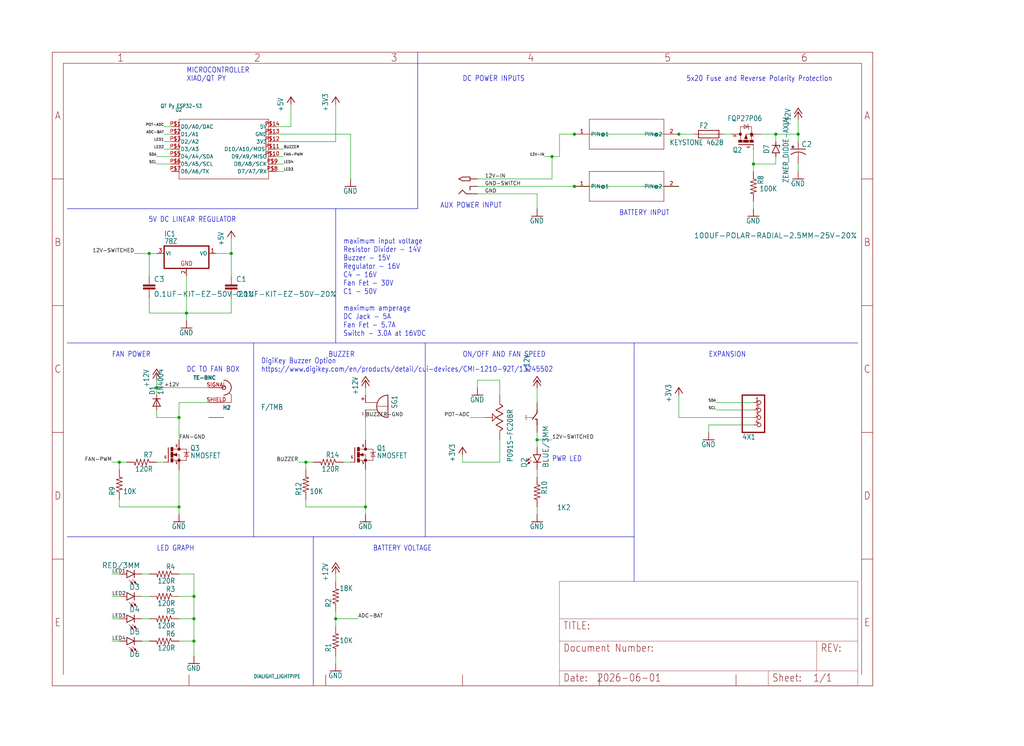
<source format=kicad_sch>
(kicad_sch (version 20230121) (generator eeschema)
  (paper "User" 348.691 254.152)
  (lib_symbols
    (symbol "Papra TH v1.0-eagle-import:+12V" (power)
      (property "Value" "+12V" (at -2.54 -5.08 90))
      (symbol "+12V_1_0"
        (pin power_in line (at 0 -2.54 90) (length 2.54) (name "+12V") (number "1"))
      )
    )
    (symbol "Papra TH v1.0-eagle-import:+3V3" (power)
      (property "Value" "+3V3" (at -2.54 -5.08 90))
      (symbol "+3V3_1_0"
        (pin power_in line (at 0 -2.54 90) (length 2.54) (name "+3V3") (number "1"))
      )
    )
    (symbol "Papra TH v1.0-eagle-import:+5V" (power)
      (property "Value" "+5V" (at -2.54 -5.08 90))
      (symbol "+5V_1_0"
        (pin power_in line (at 0 -2.54 90) (length 2.54) (name "+5V") (number "1"))
      )
    )
    (symbol "Papra TH v1.0-eagle-import:0.1UF-KIT-EZ-50V-20%"
      (property "Reference" "C" (at 1.524 2.921 0))
      (symbol "0.1UF-KIT-EZ-50V-20%_1_0"
        (pin passive line (at 0 5.08 270) (length 2.54) (name "1") (number "1"))
        (pin passive line (at 0 -2.54 90) (length 2.54) (name "2") (number "2"))
      )
    )
    (symbol "Papra TH v1.0-eagle-import:100UF-POLAR-RADIAL-2.5MM-25V-20%"
      (property "Reference" "C" (at 1.016 0.635 0))
      (symbol "100UF-POLAR-RADIAL-2.5MM-25V-20%_1_0"
        (pin passive line (at 0 2.54 270) (length 2.54) (name "+") (number "1"))
        (pin passive line (at 0 -5.08 90) (length 2.54) (name "-") (number "2"))
      )
    )
    (symbol "Papra TH v1.0-eagle-import:1N4004"
      (property "Reference" "D" (at 2.54 0.4826 0))
      (symbol "1N4004_1_0"
        (pin passive line (at -2.54 0 0) (length 2.54) (name "A") (number "A"))
        (pin passive line (at 2.54 0 180) (length 2.54) (name "C") (number "C"))
      )
    )
    (symbol "Papra TH v1.0-eagle-import:4X1"
      (symbol "4X1_1_0"
        (pin passive inverted (at 0 2.54 0) (length 2.54) (name "1") (number "1"))
        (pin passive inverted (at 0 0 0) (length 2.54) (name "2") (number "2"))
        (pin passive inverted (at 0 -2.54 0) (length 2.54) (name "3") (number "3"))
        (pin passive inverted (at 0 -5.08 0) (length 2.54) (name "4") (number "4"))
      )
    )
    (symbol "Papra TH v1.0-eagle-import:78Z"
      (property "Reference" "IC" (at -7.62 5.715 0))
      (symbol "78Z_1_0"
        (text "GND" (at -2.032 -4.318 0) (effects (font (size 1.524 1.2954)) (justify left bottom)))
        (pin passive line (at 10.16 0 180) (length 2.54) (name "VO") (number "1"))
        (pin passive line (at 0 -7.62 90) (length 2.54) (name "GND") (number "2"))
        (pin input line (at -10.16 0 0) (length 2.54) (name "VI") (number "3"))
      )
    )
    (symbol "Papra TH v1.0-eagle-import:DIALIGHT_LIGHTPIPE")
    (symbol "Papra TH v1.0-eagle-import:F/TMB"
      (property "Reference" "SG" (at -2.54 6.35 0))
      (symbol "F/TMB_1_0"
        (pin passive line (at -2.54 -2.54 0) (length 2.54) (name "+") (number "+"))
        (pin passive line (at 5.08 -2.54 180) (length 2.54) (name "-") (number "-"))
      )
    )
    (symbol "Papra TH v1.0-eagle-import:FH_5X20"
      (property "Reference" "F" (at -3.175 1.905 0))
      (symbol "FH_5X20_1_0"
        (pin passive line (at -5.08 0 0) (length 2.54) (name "1A") (number "1A"))
        (pin passive line (at -5.08 0 0) (length 0) (name "1B") (number "1B"))
        (pin passive line (at 5.08 0 180) (length 2.54) (name "2A") (number "2A"))
        (pin passive line (at 5.08 0 180) (length 0) (name "2B") (number "2B"))
      )
    )
    (symbol "Papra TH v1.0-eagle-import:FRAME_A_L"
      (symbol "FRAME_A_L_1_0"
        (text "1" (at 23.2833 213.995 0) (effects (font (size 2.54 2.286))))
        (text "2" (at 69.85 213.995 0) (effects (font (size 2.54 2.286))))
        (text "3" (at 116.4167 213.995 0) (effects (font (size 2.54 2.286))))
        (text "4" (at 162.9833 213.995 0) (effects (font (size 2.54 2.286))))
        (text "5" (at 209.55 213.995 0) (effects (font (size 2.54 2.286))))
        (text "6" (at 256.1167 213.995 0) (effects (font (size 2.54 2.286))))
        (text "A" (at 1.905 194.31 0) (effects (font (size 2.54 2.286))))
        (text "A" (at 277.495 194.31 0) (effects (font (size 2.54 2.286))))
        (text "B" (at 1.905 151.13 0) (effects (font (size 2.54 2.286))))
        (text "B" (at 277.495 151.13 0) (effects (font (size 2.54 2.286))))
        (text "C" (at 1.905 107.95 0) (effects (font (size 2.54 2.286))))
        (text "C" (at 277.495 107.95 0) (effects (font (size 2.54 2.286))))
        (text "D" (at 1.905 64.77 0) (effects (font (size 2.54 2.286))))
        (text "D" (at 277.495 64.77 0) (effects (font (size 2.54 2.286))))
        (text "E" (at 1.905 21.59 0) (effects (font (size 2.54 2.286))))
        (text "E" (at 277.495 21.59 0) (effects (font (size 2.54 2.286))))
      )
      (symbol "FRAME_A_L_2_0"
        (text "${#}/${##}" (at 86.36 1.27 0) (effects (font (size 2.54 2.159)) (justify left bottom)))
        (text "${CURRENT_DATE}" (at 12.7 1.27 0) (effects (font (size 2.54 2.159)) (justify left bottom)))
        (text "${PROJECTNAME}" (at 17.78 19.05 0) (effects (font (size 2.54 2.159)) (justify left bottom)))
        (text "Date:" (at 1.27 1.27 0) (effects (font (size 2.54 2.159)) (justify left bottom)))
        (text "Document Number:" (at 1.27 11.43 0) (effects (font (size 2.54 2.159)) (justify left bottom)))
        (text "REV:" (at 88.9 11.43 0) (effects (font (size 2.54 2.159)) (justify left bottom)))
        (text "Sheet:" (at 72.39 1.27 0) (effects (font (size 2.54 2.159)) (justify left bottom)))
        (text "TITLE:" (at 1.27 19.05 0) (effects (font (size 2.54 2.159)) (justify left bottom)))
      )
    )
    (symbol "Papra TH v1.0-eagle-import:GND" (power)
      (property "Value" "GND" (at -2.54 -2.54 0))
      (symbol "GND_1_0"
        (pin power_in line (at 0 2.54 270) (length 2.54) (name "GND") (number "1"))
      )
    )
    (symbol "Papra TH v1.0-eagle-import:LED3MM"
      (property "Reference" "D" (at -3.429 -4.572 90))
      (symbol "LED3MM_1_0"
        (pin passive line (at 0 2.54 270) (length 2.54) (name "A") (number "A"))
        (pin passive line (at 0 -5.08 90) (length 2.54) (name "C") (number "K"))
      )
    )
    (symbol "Papra TH v1.0-eagle-import:MOUDLE-SEEEDUINO-XIAOTHRUHOLE+CASTELLATION"
      (property "Reference" "U" (at -13.97 11.43 0))
      (symbol "MOUDLE-SEEEDUINO-XIAOTHRUHOLE+CASTELLATION_1_0"
        (pin bidirectional line (at -17.78 7.62 0) (length 2.54) (name "D0/A0/DAC") (number "P$1"))
        (pin bidirectional line (at 17.78 -2.54 180) (length 2.54) (name "D9/A9/MISO") (number "P$10"))
        (pin bidirectional line (at 17.78 0 180) (length 2.54) (name "D10/A10/MOSI") (number "P$11"))
        (pin bidirectional line (at 17.78 2.54 180) (length 2.54) (name "3V3") (number "P$12"))
        (pin bidirectional line (at 17.78 5.08 180) (length 2.54) (name "GND") (number "P$13"))
        (pin bidirectional line (at 17.78 7.62 180) (length 2.54) (name "5V") (number "P$14"))
        (pin bidirectional line (at -17.78 5.08 0) (length 2.54) (name "D1/A1") (number "P$2"))
        (pin bidirectional line (at -17.78 2.54 0) (length 2.54) (name "D2/A2") (number "P$3"))
        (pin bidirectional line (at -17.78 0 0) (length 2.54) (name "D3/A3") (number "P$4"))
        (pin bidirectional line (at -17.78 -2.54 0) (length 2.54) (name "D4/A4/SDA") (number "P$5"))
        (pin bidirectional line (at -17.78 -5.08 0) (length 2.54) (name "D5/A5/SCL") (number "P$6"))
        (pin bidirectional line (at -17.78 -7.62 0) (length 2.54) (name "D6/A6/TX") (number "P$7"))
        (pin bidirectional line (at 17.78 -7.62 180) (length 2.54) (name "D7/A7/RX") (number "P$8"))
        (pin bidirectional line (at 17.78 -5.08 180) (length 2.54) (name "D8/A8/SCK") (number "P$9"))
      )
    )
    (symbol "Papra TH v1.0-eagle-import:NMOSFETTO220"
      (property "Reference" "Q" (at 6.35 1.27 0))
      (symbol "NMOSFETTO220_1_0"
        (text "D" (at 1.27 2.54 0) (effects (font (size 0.8128 0.6908)) (justify left bottom)))
        (text "G" (at -2.54 -1.27 0) (effects (font (size 0.8128 0.6908)) (justify left bottom)))
        (text "S" (at 1.27 -3.175 0) (effects (font (size 0.8128 0.6908)) (justify left bottom)))
        (pin passive line (at 2.54 5.08 270) (length 2.54) (name "D") (number "D"))
        (pin passive line (at -2.54 -2.54 0) (length 0) (name "G") (number "G"))
        (pin passive line (at 2.54 -5.08 90) (length 2.54) (name "S") (number "S"))
      )
    )
    (symbol "Papra TH v1.0-eagle-import:P091S-FC20BR"
      (symbol "P091S-FC20BR_1_0"
        (pin passive line (at -7.62 2.54 0) (length 2.54) (name "1") (number "1"))
        (pin passive line (at 0 7.62 270) (length 2.54) (name "2") (number "2"))
        (pin passive line (at 7.62 2.54 180) (length 2.54) (name "3") (number "3"))
        (pin passive line (at 5.08 -10.16 180) (length 2.54) (name "4") (number "COM"))
        (pin passive line (at -5.08 -10.16 0) (length 2.54) (name "5") (number "NO"))
      )
    )
    (symbol "Papra TH v1.0-eagle-import:PJ-066A"
      (symbol "PJ-066A_1_0"
        (pin bidirectional line (at 2.54 -2.54 180) (length 2.54) (name "RING") (number "GND"))
        (pin bidirectional line (at 2.54 0 180) (length 2.54) (name "RING_SW") (number "GNDBREAK"))
        (pin bidirectional line (at 2.54 2.54 180) (length 2.54) (name "TIP") (number "PWR"))
      )
    )
    (symbol "Papra TH v1.0-eagle-import:PMOSFET_TO220"
      (property "Reference" "Q" (at 6.35 1.27 0))
      (symbol "PMOSFET_TO220_1_0"
        (text "D" (at 1.524 -3.302 0) (effects (font (size 0.8128 0.6908)) (justify left bottom)))
        (text "G" (at -2.286 1.27 0) (effects (font (size 0.8128 0.6908)) (justify left bottom)))
        (text "S" (at 1.524 2.54 0) (effects (font (size 0.8128 0.6908)) (justify left bottom)))
        (pin passive line (at 2.54 -5.08 90) (length 2.54) (name "D") (number "D"))
        (pin passive line (at -2.54 2.54 0) (length 0) (name "G") (number "G"))
        (pin passive line (at 2.54 5.08 270) (length 2.54) (name "S") (number "S"))
      )
    )
    (symbol "Papra TH v1.0-eagle-import:R-US_0207/12"
      (property "Reference" "R" (at -3.81 1.4986 0))
      (symbol "R-US_0207/12_1_0"
        (pin passive line (at -5.08 0 0) (length 2.54) (name "1") (number "1"))
        (pin passive line (at 5.08 0 180) (length 2.54) (name "2") (number "2"))
      )
    )
    (symbol "Papra TH v1.0-eagle-import:TE-BNC"
      (property "Reference" "H" (at -2.54 -7.62 0))
      (symbol "TE-BNC_1_0"
        (pin passive line (at 5.08 -10.16 180) (length 5.08) (name "P3") (number "P$1"))
        (pin passive line (at 5.08 -10.16 180) (length 5.08) (name "P3") (number "P$2"))
        (pin passive line (at 5.08 -5.08 180) (length 5.08) (name "P2") (number "SHIELD"))
        (pin passive line (at 5.08 0 180) (length 5.08) (name "P1") (number "SIGNAL"))
      )
    )
    (symbol "Papra TH v1.0-eagle-import:TE63952-1"
      (symbol "TE63952-1_1_0"
        (pin passive line (at -17.78 0 0) (length 5.08) (name "PIN@1") (number "1"))
        (pin passive line (at 17.78 0 180) (length 5.08) (name "PIN@2") (number "2"))
      )
    )
    (symbol "Papra TH v1.0-eagle-import:ZENER_DIODE-AXIAL"
      (property "Reference" "D" (at 0 3.175 0))
      (symbol "ZENER_DIODE-AXIAL_1_0"
        (pin passive line (at -2.54 0 0) (length 0) (name "A") (number "1"))
        (pin passive line (at 2.54 0 180) (length 0) (name "C") (number "2"))
      )
    )
  )
  (junction (at 231.14 45.72))
  (junction (at 60.96 172.72))
  (junction (at 195.58 45.72))
  (junction (at 195.58 63.5))
  (junction (at 60.96 142.24))
  (junction (at 66.04 210.82))
  (junction (at 271.78 45.72))
  (junction (at 182.88 149.86))
  (junction (at 264.16 45.72))
  (junction (at 66.04 218.44))
  (junction (at 66.04 203.2))
  (junction (at 256.54 55.88))
  (junction (at 50.8 86.36))
  (junction (at 124.46 172.72))
  (junction (at 40.64 157.48))
  (junction (at 114.3 210.82))
  (junction (at 104.14 157.48))
  (junction (at 187.96 53.34))
  (junction (at 78.74 86.36))
  (junction (at 53.34 132.08))
  (junction (at 63.5 106.68))
  (wire (pts (xy 246.38 45.72) (xy 248.92 45.72)) (stroke (width 0.1524)))
  (wire (pts (xy 162.56 60.96) (xy 187.96 60.96)) (stroke (width 0.1524)))
  (wire (pts (xy 264.16 45.72) (xy 271.78 45.72)) (stroke (width 0.1524)))
  (wire (pts (xy 93.98 53.34) (xy 96.52 53.34)) (stroke (width 0.1524)))
  (wire (pts (xy 124.46 160.02) (xy 124.46 172.72)) (stroke (width 0.1524)))
  (polyline (pts (xy 144.78 116.84) (xy 215.9 116.84)) (stroke (width 0.1524) (type solid)))
  (wire (pts (xy 99.06 43.18) (xy 99.06 35.56)) (stroke (width 0.1524)))
  (wire (pts (xy 182.88 137.16) (xy 182.88 132.08)) (stroke (width 0.1524)))
  (wire (pts (xy 114.3 195.58) (xy 114.3 198.12)) (stroke (width 0.1524)))
  (wire (pts (xy 256.54 71.12) (xy 256.54 68.58)) (stroke (width 0.1524)))
  (wire (pts (xy 40.64 195.58) (xy 38.1 195.58)) (stroke (width 0.1524)))
  (polyline (pts (xy 86.36 182.88) (xy 22.86 182.88)) (stroke (width 0.1524) (type solid)))
  (wire (pts (xy 50.8 101.6) (xy 50.8 106.68)) (stroke (width 0.1524)))
  (polyline (pts (xy 106.68 233.68) (xy 106.68 182.88)) (stroke (width 0.1524) (type solid)))
  (polyline (pts (xy 142.24 71.12) (xy 142.24 17.78)) (stroke (width 0.1524) (type solid)))
  (wire (pts (xy 60.96 218.44) (xy 66.04 218.44)) (stroke (width 0.1524)))
  (wire (pts (xy 124.46 172.72) (xy 124.46 175.26)) (stroke (width 0.1524)))
  (wire (pts (xy 50.8 195.58) (xy 48.26 195.58)) (stroke (width 0.1524)))
  (wire (pts (xy 93.98 48.26) (xy 114.3 48.26)) (stroke (width 0.1524)))
  (wire (pts (xy 170.18 129.54) (xy 170.18 134.62)) (stroke (width 0.1524)))
  (polyline (pts (xy 215.9 182.88) (xy 215.9 116.84)) (stroke (width 0.1524) (type solid)))
  (wire (pts (xy 124.46 132.08) (xy 124.46 134.62)) (stroke (width 0.1524)))
  (wire (pts (xy 104.14 170.18) (xy 104.14 172.72)) (stroke (width 0.1524)))
  (wire (pts (xy 40.64 203.2) (xy 38.1 203.2)) (stroke (width 0.1524)))
  (wire (pts (xy 58.42 55.88) (xy 53.34 55.88)) (stroke (width 0.1524)))
  (wire (pts (xy 256.54 55.88) (xy 264.16 55.88)) (stroke (width 0.1524)))
  (wire (pts (xy 256.54 142.24) (xy 231.14 142.24)) (stroke (width 0.1524)))
  (wire (pts (xy 187.96 53.34) (xy 187.96 60.96)) (stroke (width 0.1524)))
  (wire (pts (xy 231.14 45.72) (xy 236.22 45.72)) (stroke (width 0.1524)))
  (wire (pts (xy 73.66 86.36) (xy 78.74 86.36)) (stroke (width 0.1524)))
  (polyline (pts (xy 86.36 116.84) (xy 144.78 116.84)) (stroke (width 0.1524) (type solid)))
  (wire (pts (xy 162.56 63.5) (xy 195.58 63.5)) (stroke (width 0.1524)))
  (wire (pts (xy 104.14 172.72) (xy 124.46 172.72)) (stroke (width 0.1524)))
  (wire (pts (xy 40.64 210.82) (xy 38.1 210.82)) (stroke (width 0.1524)))
  (wire (pts (xy 60.96 137.16) (xy 60.96 142.24)) (stroke (width 0.1524)))
  (wire (pts (xy 53.34 139.7) (xy 53.34 142.24)) (stroke (width 0.1524)))
  (wire (pts (xy 259.08 45.72) (xy 264.16 45.72)) (stroke (width 0.1524)))
  (polyline (pts (xy 86.36 182.88) (xy 86.36 116.84)) (stroke (width 0.1524) (type solid)))
  (wire (pts (xy 182.88 149.86) (xy 182.88 147.32)) (stroke (width 0.1524)))
  (wire (pts (xy 53.34 134.62) (xy 53.34 132.08)) (stroke (width 0.1524)))
  (wire (pts (xy 256.54 137.16) (xy 243.84 137.16)) (stroke (width 0.1524)))
  (wire (pts (xy 60.96 210.82) (xy 66.04 210.82)) (stroke (width 0.1524)))
  (wire (pts (xy 60.96 195.58) (xy 66.04 195.58)) (stroke (width 0.1524)))
  (wire (pts (xy 93.98 55.88) (xy 96.52 55.88)) (stroke (width 0.1524)))
  (wire (pts (xy 58.42 50.8) (xy 55.88 50.8)) (stroke (width 0.1524)))
  (wire (pts (xy 182.88 66.04) (xy 182.88 71.12)) (stroke (width 0.1524)))
  (wire (pts (xy 119.38 45.72) (xy 93.98 45.72)) (stroke (width 0.1524)))
  (wire (pts (xy 182.88 160.02) (xy 182.88 162.56)) (stroke (width 0.1524)))
  (wire (pts (xy 53.34 157.48) (xy 55.88 157.48)) (stroke (width 0.1524)))
  (wire (pts (xy 231.14 142.24) (xy 231.14 134.62)) (stroke (width 0.1524)))
  (wire (pts (xy 256.54 50.8) (xy 256.54 55.88)) (stroke (width 0.1524)))
  (wire (pts (xy 256.54 144.78) (xy 241.3 144.78)) (stroke (width 0.1524)))
  (wire (pts (xy 40.64 218.44) (xy 38.1 218.44)) (stroke (width 0.1524)))
  (wire (pts (xy 66.04 210.82) (xy 66.04 218.44)) (stroke (width 0.1524)))
  (wire (pts (xy 58.42 48.26) (xy 55.88 48.26)) (stroke (width 0.1524)))
  (wire (pts (xy 78.74 106.68) (xy 63.5 106.68)) (stroke (width 0.1524)))
  (wire (pts (xy 271.78 45.72) (xy 271.78 40.64)) (stroke (width 0.1524)))
  (wire (pts (xy 60.96 160.02) (xy 60.96 172.72)) (stroke (width 0.1524)))
  (polyline (pts (xy 22.86 116.84) (xy 86.36 116.84)) (stroke (width 0.1524) (type solid)))
  (wire (pts (xy 60.96 172.72) (xy 60.96 175.26)) (stroke (width 0.1524)))
  (wire (pts (xy 114.3 48.26) (xy 114.3 35.56)) (stroke (width 0.1524)))
  (wire (pts (xy 60.96 203.2) (xy 66.04 203.2)) (stroke (width 0.1524)))
  (wire (pts (xy 58.42 53.34) (xy 53.34 53.34)) (stroke (width 0.1524)))
  (wire (pts (xy 157.48 154.94) (xy 157.48 157.48)) (stroke (width 0.1524)))
  (wire (pts (xy 190.5 45.72) (xy 190.5 53.34)) (stroke (width 0.1524)))
  (wire (pts (xy 104.14 157.48) (xy 101.6 157.48)) (stroke (width 0.1524)))
  (wire (pts (xy 40.64 157.48) (xy 38.1 157.48)) (stroke (width 0.1524)))
  (polyline (pts (xy 114.3 71.12) (xy 142.24 71.12)) (stroke (width 0.1524) (type solid)))
  (polyline (pts (xy 215.9 182.88) (xy 144.78 182.88)) (stroke (width 0.1524) (type solid)))
  (wire (pts (xy 190.5 53.34) (xy 187.96 53.34)) (stroke (width 0.1524)))
  (wire (pts (xy 114.3 210.82) (xy 121.92 210.82)) (stroke (width 0.1524)))
  (wire (pts (xy 114.3 208.28) (xy 114.3 210.82)) (stroke (width 0.1524)))
  (wire (pts (xy 241.3 144.78) (xy 241.3 147.32)) (stroke (width 0.1524)))
  (wire (pts (xy 40.64 160.02) (xy 40.64 157.48)) (stroke (width 0.1524)))
  (wire (pts (xy 165.1 142.24) (xy 160.02 142.24)) (stroke (width 0.1524)))
  (wire (pts (xy 93.98 50.8) (xy 96.52 50.8)) (stroke (width 0.1524)))
  (wire (pts (xy 104.14 160.02) (xy 104.14 157.48)) (stroke (width 0.1524)))
  (wire (pts (xy 58.42 43.18) (xy 55.88 43.18)) (stroke (width 0.1524)))
  (wire (pts (xy 50.8 93.98) (xy 50.8 86.36)) (stroke (width 0.1524)))
  (wire (pts (xy 66.04 195.58) (xy 66.04 203.2)) (stroke (width 0.1524)))
  (wire (pts (xy 124.46 142.24) (xy 124.46 149.86)) (stroke (width 0.1524)))
  (polyline (pts (xy 22.86 71.12) (xy 114.3 71.12)) (stroke (width 0.1524) (type solid)))
  (wire (pts (xy 170.18 157.48) (xy 170.18 149.86)) (stroke (width 0.1524)))
  (wire (pts (xy 78.74 86.36) (xy 78.74 81.28)) (stroke (width 0.1524)))
  (wire (pts (xy 50.8 203.2) (xy 48.26 203.2)) (stroke (width 0.1524)))
  (wire (pts (xy 53.34 86.36) (xy 50.8 86.36)) (stroke (width 0.1524)))
  (wire (pts (xy 78.74 101.6) (xy 78.74 106.68)) (stroke (width 0.1524)))
  (wire (pts (xy 114.3 210.82) (xy 114.3 213.36)) (stroke (width 0.1524)))
  (wire (pts (xy 50.8 106.68) (xy 63.5 106.68)) (stroke (width 0.1524)))
  (wire (pts (xy 50.8 210.82) (xy 48.26 210.82)) (stroke (width 0.1524)))
  (wire (pts (xy 71.12 132.08) (xy 53.34 132.08)) (stroke (width 0.1524)))
  (polyline (pts (xy 106.68 182.88) (xy 86.36 182.88)) (stroke (width 0.1524) (type solid)))
  (wire (pts (xy 162.56 129.54) (xy 170.18 129.54)) (stroke (width 0.1524)))
  (wire (pts (xy 119.38 60.96) (xy 119.38 45.72)) (stroke (width 0.1524)))
  (wire (pts (xy 66.04 218.44) (xy 66.04 223.52)) (stroke (width 0.1524)))
  (wire (pts (xy 71.12 137.16) (xy 60.96 137.16)) (stroke (width 0.1524)))
  (polyline (pts (xy 144.78 182.88) (xy 106.68 182.88)) (stroke (width 0.1524) (type solid)))
  (wire (pts (xy 271.78 48.26) (xy 271.78 45.72)) (stroke (width 0.1524)))
  (wire (pts (xy 182.88 175.26) (xy 182.88 172.72)) (stroke (width 0.1524)))
  (wire (pts (xy 58.42 45.72) (xy 55.88 45.72)) (stroke (width 0.1524)))
  (wire (pts (xy 93.98 43.18) (xy 99.06 43.18)) (stroke (width 0.1524)))
  (wire (pts (xy 116.84 157.48) (xy 119.38 157.48)) (stroke (width 0.1524)))
  (wire (pts (xy 50.8 86.36) (xy 45.72 86.36)) (stroke (width 0.1524)))
  (wire (pts (xy 157.48 157.48) (xy 170.18 157.48)) (stroke (width 0.1524)))
  (wire (pts (xy 190.5 45.72) (xy 195.58 45.72)) (stroke (width 0.1524)))
  (wire (pts (xy 162.56 132.08) (xy 162.56 129.54)) (stroke (width 0.1524)))
  (wire (pts (xy 78.74 93.98) (xy 78.74 86.36)) (stroke (width 0.1524)))
  (polyline (pts (xy 215.9 198.12) (xy 215.9 182.88)) (stroke (width 0.1524) (type solid)))
  (polyline (pts (xy 215.9 116.84) (xy 292.1 116.84)) (stroke (width 0.1524) (type solid)))
  (wire (pts (xy 271.78 55.88) (xy 271.78 58.42)) (stroke (width 0.1524)))
  (wire (pts (xy 53.34 132.08) (xy 53.34 129.54)) (stroke (width 0.1524)))
  (wire (pts (xy 50.8 218.44) (xy 48.26 218.44)) (stroke (width 0.1524)))
  (wire (pts (xy 63.5 106.68) (xy 63.5 109.22)) (stroke (width 0.1524)))
  (polyline (pts (xy 114.3 71.12) (xy 114.3 116.84)) (stroke (width 0.1524) (type solid)))
  (wire (pts (xy 104.14 157.48) (xy 106.68 157.48)) (stroke (width 0.1524)))
  (wire (pts (xy 256.54 55.88) (xy 256.54 58.42)) (stroke (width 0.1524)))
  (wire (pts (xy 264.16 48.26) (xy 264.16 45.72)) (stroke (width 0.1524)))
  (wire (pts (xy 40.64 170.18) (xy 40.64 172.72)) (stroke (width 0.1524)))
  (wire (pts (xy 63.5 93.98) (xy 63.5 106.68)) (stroke (width 0.1524)))
  (wire (pts (xy 93.98 58.42) (xy 96.52 58.42)) (stroke (width 0.1524)))
  (wire (pts (xy 195.58 63.5) (xy 231.14 63.5)) (stroke (width 0.1524)))
  (wire (pts (xy 185.42 53.34) (xy 187.96 53.34)) (stroke (width 0.1524)))
  (wire (pts (xy 231.14 45.72) (xy 195.58 45.72)) (stroke (width 0.1524)))
  (wire (pts (xy 114.3 226.06) (xy 114.3 223.52)) (stroke (width 0.1524)))
  (polyline (pts (xy 144.78 116.84) (xy 144.78 182.88)) (stroke (width 0.1524) (type solid)))
  (wire (pts (xy 264.16 55.88) (xy 264.16 53.34)) (stroke (width 0.1524)))
  (wire (pts (xy 60.96 142.24) (xy 60.96 149.86)) (stroke (width 0.1524)))
  (wire (pts (xy 182.88 149.86) (xy 187.96 149.86)) (stroke (width 0.1524)))
  (wire (pts (xy 162.56 66.04) (xy 182.88 66.04)) (stroke (width 0.1524)))
  (wire (pts (xy 40.64 157.48) (xy 43.18 157.48)) (stroke (width 0.1524)))
  (wire (pts (xy 53.34 142.24) (xy 60.96 142.24)) (stroke (width 0.1524)))
  (wire (pts (xy 182.88 152.4) (xy 182.88 149.86)) (stroke (width 0.1524)))
  (wire (pts (xy 66.04 203.2) (xy 66.04 210.82)) (stroke (width 0.1524)))
  (wire (pts (xy 40.64 172.72) (xy 60.96 172.72)) (stroke (width 0.1524)))
  (wire (pts (xy 256.54 139.7) (xy 243.84 139.7)) (stroke (width 0.1524)))
  (text "BATTERY VOLTAGE" (at 127 187.96 0) (effects (font (size 1.778 1.5113)) (justify left bottom)))
  (text "PWR LED" (at 187.96 157.48 0) (effects (font (size 1.778 1.5113)) (justify left bottom)))
  (text "maximum input voltage\nResistor Divider - 14V\nBuzzer - 15V\nRegulator - 16V\nC4 - 16V\nFan Fet - 30V\nC1 - 50V" (at 116.84 81.28 0) (effects (font (size 1.778 1.5113)) (justify left top)))
  (text "FAN POWER" (at 38.1 121.92 0) (effects (font (size 1.778 1.5113)) (justify left bottom)))
  (text "maximum amperage\nDC Jack - 5A\nFan Fet - 5.7A\nSwitch - 3.0A at 16VDC" (at 116.84 104.14 0) (effects (font (size 1.778 1.5113)) (justify left top)))
  (text "5V DC LINEAR REGULATOR" (at 50.546 75.946 0) (effects (font (size 1.778 1.5113)) (justify left bottom)))
  (text "AUX POWER INPUT" (at 149.86 71.12 0) (effects (font (size 1.778 1.5113)) (justify left bottom)))
  (text "DigiKey Buzzer Option\nhttps://www.digikey.com/en/products/detail/cui-devices/CMI-1210-92T/13245502" (at 88.9 127 0) (effects (font (size 1.778 1.5113)) (justify left bottom)))
  (text "5x20 Fuse and Reverse Polarity Protection" (at 233.68 27.94 0) (effects (font (size 1.778 1.5113)) (justify left bottom)))
  (text "BUZZER" (at 111.76 121.92 0) (effects (font (size 1.778 1.5113)) (justify left bottom)))
  (text "LED GRAPH" (at 53.34 187.96 0) (effects (font (size 1.778 1.5113)) (justify left bottom)))
  (text "DC POWER INPUTS" (at 157.48 27.94 0) (effects (font (size 1.778 1.5113)) (justify left bottom)))
  (text "EXPANSION" (at 241.3 121.92 0) (effects (font (size 1.778 1.5113)) (justify left bottom)))
  (text "ON/OFF AND FAN SPEED" (at 157.48 121.92 0) (effects (font (size 1.778 1.5113)) (justify left bottom)))
  (text "DC TO FAN BOX" (at 63.5 127 0) (effects (font (size 1.778 1.5113)) (justify left bottom)))
  (text "BATTERY INPUT" (at 210.82 73.66 0) (effects (font (size 1.778 1.5113)) (justify left bottom)))
  (text "MICROCONTROLLER\nXIAO/QT PY" (at 63.5 27.94 0) (effects (font (size 1.778 1.5113)) (justify left bottom)))
  (label "LED3" (at 38.1 210.82 0) (effects (font (size 1.2446 1.2446))))
  (label "SCL" (at 243.84 139.7 180) (effects (font (size 0.889 0.889))))
  (label "POT-ADC" (at 55.88 43.18 180) (effects (font (size 0.889 0.889))))
  (label "POT-ADC" (at 160.02 142.24 180) (effects (font (size 1.2446 1.2446))))
  (label "LED1" (at 38.1 195.58 0) (effects (font (size 1.2446 1.2446))))
  (label "ADC-BAT" (at 121.92 210.82 0) (effects (font (size 1.2446 1.2446))))
  (label "FAN-GND" (at 60.96 149.86 0) (effects (font (size 1.2446 1.2446))))
  (label "GND-SWITCH" (at 165.1 63.5 0) (effects (font (size 1.2446 1.2446))))
  (label "12V-IN" (at 165.1 60.96 0) (effects (font (size 1.2446 1.2446))))
  (label "12V-IN" (at 185.42 53.34 180) (effects (font (size 0.889 0.889))))
  (label "SCL" (at 53.34 55.88 180) (effects (font (size 0.889 0.889))))
  (label "BUZZER-GND" (at 124.46 142.24 0) (effects (font (size 1.2446 1.2446))))
  (label "12V-SWITCHED" (at 187.96 149.86 0) (effects (font (size 1.2446 1.2446))))
  (label "LED2" (at 55.88 50.8 180) (effects (font (size 0.889 0.889))))
  (label "LED3" (at 96.52 58.42 0) (effects (font (size 0.889 0.889))))
  (label "FAN-PWM" (at 96.52 53.34 0) (effects (font (size 0.889 0.889))))
  (label "SDA" (at 53.34 53.34 180) (effects (font (size 0.889 0.889))))
  (label "SDA" (at 243.84 137.16 180) (effects (font (size 0.889 0.889))))
  (label "LED1" (at 55.88 48.26 180) (effects (font (size 0.889 0.889))))
  (label "BUZZER" (at 101.6 157.48 180) (effects (font (size 1.2446 1.2446))))
  (label "ADC-BAT" (at 55.88 45.72 180) (effects (font (size 0.889 0.889))))
  (label "+12V" (at 55.88 132.08 0) (effects (font (size 1.2446 1.2446))))
  (label "LED4" (at 96.52 55.88 0) (effects (font (size 0.889 0.889))))
  (label "LED4" (at 38.1 218.44 0) (effects (font (size 1.2446 1.2446))))
  (label "FAN-PWM" (at 38.1 157.48 180) (effects (font (size 1.2446 1.2446))))
  (label "GND" (at 165.1 66.04 0) (effects (font (size 1.2446 1.2446))))
  (label "12V-SWITCHED" (at 45.72 86.36 180) (effects (font (size 1.2446 1.2446))))
  (label "LED2" (at 38.1 203.2 0) (effects (font (size 1.2446 1.2446))))
  (label "BUZZER" (at 96.52 50.8 0) (effects (font (size 0.889 0.889))))
  (symbol (lib_id "Papra TH v1.0-eagle-import:+12V") (at 271.78 38.1 0) (unit 1)
    (property "Reference" "#P+13" (effects hide))
    (property "Value" "+12V" (at 269.24 43.18 90) (effects (font (size 1.778 1.5113)) (justify left bottom)))
  )
  (symbol (lib_id "Papra TH v1.0-eagle-import:R-US_0207/12") (at 104.14 165.1 90) (unit 1)
    (property "Reference" "R12" (at 102.6414 168.91 0) (effects (font (size 1.778 1.5113)) (justify left bottom)))
    (property "Value" "10K" (at 105.41 168.402 90) (effects (font (size 1.778 1.5113)) (justify right top)))
    (property "Footprint" "Papra TH v1.0:0207_12" (effects hide))
  )
  (symbol (lib_id "Papra TH v1.0-eagle-import:+5V") (at 99.06 33.02 0) (unit 1)
    (property "Reference" "#P+7" (effects hide))
    (property "Value" "+5V" (at 96.52 38.1 90) (effects (font (size 1.778 1.5113)) (justify left bottom)))
  )
  (symbol (lib_id "Papra TH v1.0-eagle-import:LED3MM") (at 43.18 210.82 90) (unit 1)
    (property "Reference" "D5" (at 47.752 214.249 90) (effects (font (size 1.778 1.778)) (justify left bottom)))
    (property "Value" "RED/3MM" (effects hide))
    (property "Footprint" "Papra TH v1.0:LED_3MM" (effects hide))
  )
  (symbol (lib_id "Papra TH v1.0-eagle-import:LED3MM") (at 182.88 154.94 0) (unit 1)
    (property "Reference" "D2" (at 179.451 159.512 90) (effects (font (size 1.778 1.778)) (justify left bottom)))
    (property "Value" "BLUE/3MM" (at 184.785 159.512 90) (effects (font (size 1.778 1.778)) (justify left top)))
    (property "Footprint" "Papra TH v1.0:LED_3MM" (effects hide))
  )
  (symbol (lib_id "Papra TH v1.0-eagle-import:R-US_0207/12") (at 182.88 167.64 270) (unit 1)
    (property "Reference" "R10" (at 184.3786 163.83 0) (effects (font (size 1.778 1.5113)) (justify left bottom)))
    (property "Value" "1K2" (at 194.31 171.958 90) (effects (font (size 1.778 1.5113)) (justify right top)))
    (property "Footprint" "Papra TH v1.0:0207_12" (effects hide))
  )
  (symbol (lib_id "Papra TH v1.0-eagle-import:F/TMB") (at 127 137.16 270) (unit 1)
    (property "Reference" "SG1" (at 133.35 134.62 0) (effects (font (size 1.778 1.5113)) (justify left bottom)))
    (property "Value" "F/TMB" (at 88.9 139.7 90) (effects (font (size 1.778 1.5113)) (justify left bottom)))
    (property "Footprint" "Papra TH v1.0:F_TMB" (effects hide))
  )
  (symbol (lib_id "Papra TH v1.0-eagle-import:78Z") (at 63.5 86.36 0) (unit 1)
    (property "Reference" "IC1" (at 55.88 80.645 0) (effects (font (size 1.778 1.5113)) (justify left bottom)))
    (property "Value" "78Z" (at 55.88 83.185 0) (effects (font (size 1.778 1.5113)) (justify left bottom)))
    (property "Footprint" "Papra TH v1.0:TO92" (effects hide))
  )
  (symbol (lib_id "Papra TH v1.0-eagle-import:+12V") (at 182.88 129.54 0) (unit 1)
    (property "Reference" "#P+1" (effects hide))
    (property "Value" "+12V" (at 180.34 127 90) (effects (font (size 1.778 1.5113)) (justify left bottom)))
  )
  (symbol (lib_id "Papra TH v1.0-eagle-import:R-US_0207/12") (at 40.64 165.1 90) (unit 1)
    (property "Reference" "R9" (at 39.1414 168.91 0) (effects (font (size 1.778 1.5113)) (justify left bottom)))
    (property "Value" "10K" (at 41.91 168.402 90) (effects (font (size 1.778 1.5113)) (justify right top)))
    (property "Footprint" "Papra TH v1.0:0207_12" (effects hide))
  )
  (symbol (lib_id "Papra TH v1.0-eagle-import:GND") (at 60.96 177.8 0) (unit 1)
    (property "Reference" "#GND4" (effects hide))
    (property "Value" "GND" (at 58.42 180.34 0) (effects (font (size 1.778 1.5113)) (justify left bottom)))
  )
  (symbol (lib_id "Papra TH v1.0-eagle-import:GND") (at 63.5 111.76 0) (unit 1)
    (property "Reference" "#GND3" (effects hide))
    (property "Value" "GND" (at 60.96 114.3 0) (effects (font (size 1.778 1.5113)) (justify left bottom)))
  )
  (symbol (lib_id "Papra TH v1.0-eagle-import:NMOSFETTO220") (at 58.42 154.94 0) (unit 1)
    (property "Reference" "Q3" (at 64.77 153.67 0) (effects (font (size 1.778 1.5113)) (justify left bottom)))
    (property "Value" "NMOSFET" (at 64.77 156.21 0) (effects (font (size 1.778 1.5113)) (justify left bottom)))
    (property "Footprint" "Papra TH v1.0:TO220BV" (effects hide))
  )
  (symbol (lib_id "Papra TH v1.0-eagle-import:P091S-FC20BR") (at 172.72 142.24 90) (mirror x) (unit 1)
    (property "Reference" "POT1" (effects hide))
    (property "Value" "P091S-FC20BR" (at 172.72 157.48 0) (effects (font (size 1.778 1.5113)) (justify right top)))
    (property "Footprint" "Papra TH v1.0:P091S-FC20BR" (effects hide))
  )
  (symbol (lib_id "Papra TH v1.0-eagle-import:PJ-066A") (at 160.02 63.5 0) (unit 1)
    (property "Reference" "H1" (effects hide))
    (property "Value" "PJ-066A" (effects hide))
    (property "Footprint" "Papra TH v1.0:DCJACK-PJ-066A" (effects hide))
  )
  (symbol (lib_id "Papra TH v1.0-eagle-import:+5V") (at 78.74 78.74 0) (unit 1)
    (property "Reference" "#P+6" (effects hide))
    (property "Value" "+5V" (at 76.2 83.82 90) (effects (font (size 1.778 1.5113)) (justify left bottom)))
  )
  (symbol (lib_id "Papra TH v1.0-eagle-import:GND") (at 66.04 226.06 0) (unit 1)
    (property "Reference" "#GND1" (effects hide))
    (property "Value" "GND" (at 63.5 228.6 0) (effects (font (size 1.778 1.5113)) (justify left bottom)))
  )
  (symbol (lib_id "Papra TH v1.0-eagle-import:100UF-POLAR-RADIAL-2.5MM-25V-20%") (at 271.78 50.8 0) (unit 1)
    (property "Reference" "C2" (at 272.796 50.165 0) (effects (font (size 1.778 1.778)) (justify left bottom)))
    (property "Value" "100UF-POLAR-RADIAL-2.5MM-25V-20%" (at 236.22 81.28 0) (effects (font (size 1.778 1.778)) (justify left bottom)))
    (property "Footprint" "Papra TH v1.0:CPOL-RADIAL-2.5MM-6.5MM" (effects hide))
  )
  (symbol (lib_id "Papra TH v1.0-eagle-import:GND") (at 241.3 149.86 0) (unit 1)
    (property "Reference" "#GND12" (effects hide))
    (property "Value" "GND" (at 238.76 152.4 0) (effects (font (size 1.778 1.5113)) (justify left bottom)))
  )
  (symbol (lib_id "Papra TH v1.0-eagle-import:GND") (at 271.78 60.96 0) (unit 1)
    (property "Reference" "#GND11" (effects hide))
    (property "Value" "GND" (at 269.24 63.5 0) (effects (font (size 1.778 1.5113)) (justify left bottom)))
  )
  (symbol (lib_id "Papra TH v1.0-eagle-import:R-US_0207/12") (at 48.26 157.48 0) (mirror y) (unit 1)
    (property "Reference" "R7" (at 52.07 155.9814 0) (effects (font (size 1.778 1.5113)) (justify left bottom)))
    (property "Value" "120R" (at 52.07 160.782 0) (effects (font (size 1.778 1.5113)) (justify left bottom)))
    (property "Footprint" "Papra TH v1.0:0207_12" (effects hide))
  )
  (symbol (lib_id "Papra TH v1.0-eagle-import:+12V") (at 53.34 127 0) (unit 1)
    (property "Reference" "#P+14" (effects hide))
    (property "Value" "+12V" (at 50.8 132.08 90) (effects (font (size 1.778 1.5113)) (justify left bottom)))
  )
  (symbol (lib_id "Papra TH v1.0-eagle-import:R-US_0207/12") (at 114.3 218.44 90) (unit 1)
    (property "Reference" "R1" (at 112.8014 222.25 0) (effects (font (size 1.778 1.5113)) (justify left bottom)))
    (property "Value" "10K" (at 115.57 219.202 90) (effects (font (size 1.778 1.5113)) (justify right top)))
    (property "Footprint" "Papra TH v1.0:0207_12" (effects hide))
  )
  (symbol (lib_id "Papra TH v1.0-eagle-import:1N4004") (at 53.34 137.16 90) (unit 1)
    (property "Reference" "D1" (at 52.8574 134.62 0) (effects (font (size 1.778 1.5113)) (justify left bottom)))
    (property "Value" "1N4004" (at 55.6514 134.62 0) (effects (font (size 1.778 1.5113)) (justify left bottom)))
    (property "Footprint" "Papra TH v1.0:DO41-10" (effects hide))
  )
  (symbol (lib_id "Papra TH v1.0-eagle-import:4X1") (at 256.54 139.7 0) (unit 1)
    (property "Reference" "U$1" (effects hide))
    (property "Value" "4X1" (at 252.73 149.86 0) (effects (font (size 1.778 1.5113)) (justify left bottom)))
    (property "Footprint" "Papra TH v1.0:01X4" (effects hide))
  )
  (symbol (lib_id "Papra TH v1.0-eagle-import:FH_5X20") (at 241.3 45.72 0) (unit 1)
    (property "Reference" "F2" (at 238.125 43.815 0) (effects (font (size 1.778 1.5113)) (justify left bottom)))
    (property "Value" "KEYSTONE 4628" (at 227.965 49.53 0) (effects (font (size 1.778 1.5113)) (justify left bottom)))
    (property "Footprint" "Papra TH v1.0:FH_5X20" (effects hide))
  )
  (symbol (lib_id "Papra TH v1.0-eagle-import:GND") (at 182.88 73.66 0) (unit 1)
    (property "Reference" "#GND2" (effects hide))
    (property "Value" "GND" (at 180.34 76.2 0) (effects (font (size 1.778 1.5113)) (justify left bottom)))
  )
  (symbol (lib_id "Papra TH v1.0-eagle-import:+3V3") (at 157.48 152.4 0) (unit 1)
    (property "Reference" "#+3V2" (effects hide))
    (property "Value" "+3V3" (at 154.94 157.48 90) (effects (font (size 1.778 1.5113)) (justify left bottom)))
  )
  (symbol (lib_id "Papra TH v1.0-eagle-import:LED3MM") (at 43.18 195.58 90) (unit 1)
    (property "Reference" "D3" (at 47.752 199.009 90) (effects (font (size 1.778 1.778)) (justify left bottom)))
    (property "Value" "RED/3MM" (at 47.752 193.675 90) (effects (font (size 1.778 1.778)) (justify left top)))
    (property "Footprint" "Papra TH v1.0:LED_3MM" (effects hide))
  )
  (symbol (lib_id "Papra TH v1.0-eagle-import:R-US_0207/12") (at 55.88 210.82 0) (mirror y) (unit 1)
    (property "Reference" "R5" (at 59.69 209.3214 0) (effects (font (size 1.778 1.5113)) (justify left bottom)))
    (property "Value" "120R" (at 59.69 214.122 0) (effects (font (size 1.778 1.5113)) (justify left bottom)))
    (property "Footprint" "Papra TH v1.0:0207_12" (effects hide))
  )
  (symbol (lib_id "Papra TH v1.0-eagle-import:TE-BNC") (at 76.2 132.08 0) (mirror y) (unit 1)
    (property "Reference" "H2" (at 78.74 139.7 0) (effects (font bold) (justify left bottom)))
    (property "Value" "TE-BNC" (at 73.66 129.54 0) (effects (font bold) (justify left bottom)))
    (property "Footprint" "Papra TH v1.0:TE-BNC" (effects hide))
  )
  (symbol (lib_id "Papra TH v1.0-eagle-import:LED3MM") (at 43.18 203.2 90) (unit 1)
    (property "Reference" "D4" (at 47.752 206.629 90) (effects (font (size 1.778 1.778)) (justify left bottom)))
    (property "Value" "RED/3MM" (effects hide))
    (property "Footprint" "Papra TH v1.0:LED_3MM" (effects hide))
  )
  (symbol (lib_id "Papra TH v1.0-eagle-import:LED3MM") (at 43.18 218.44 90) (unit 1)
    (property "Reference" "D6" (at 47.752 221.869 90) (effects (font (size 1.778 1.778)) (justify left bottom)))
    (property "Value" "RED/3MM" (effects hide))
    (property "Footprint" "Papra TH v1.0:LED_3MM" (effects hide))
  )
  (symbol (lib_id "Papra TH v1.0-eagle-import:TE63952-1") (at 213.36 63.5 0) (unit 1)
    (property "Reference" "BATT-0" (effects hide))
    (property "Value" "TE63952-1" (effects hide))
    (property "Footprint" "Papra TH v1.0:TE63952-1" (effects hide))
  )
  (symbol (lib_id "Papra TH v1.0-eagle-import:FRAME_A_L") (at 190.5 233.68 0) (unit 2)
    (property "Reference" "#FRAME1" (effects hide))
    (property "Value" "NONE" (effects hide))
  )
  (symbol (lib_id "Papra TH v1.0-eagle-import:0.1UF-KIT-EZ-50V-20%") (at 50.8 99.06 0) (unit 1)
    (property "Reference" "C3" (at 52.324 96.139 0) (effects (font (size 1.778 1.778)) (justify left bottom)))
    (property "Value" "0.1UF-KIT-EZ-50V-20%" (at 52.324 101.219 0) (effects (font (size 1.778 1.778)) (justify left bottom)))
    (property "Footprint" "Papra TH v1.0:CAP-PTH-SMALL-KIT" (effects hide))
  )
  (symbol (lib_id "Papra TH v1.0-eagle-import:+3V3") (at 231.14 132.08 0) (unit 1)
    (property "Reference" "#+3V3" (effects hide))
    (property "Value" "+3V3" (at 228.6 137.16 90) (effects (font (size 1.778 1.5113)) (justify left bottom)))
  )
  (symbol (lib_id "Papra TH v1.0-eagle-import:R-US_0207/12") (at 55.88 203.2 0) (mirror y) (unit 1)
    (property "Reference" "R3" (at 59.69 201.7014 0) (effects (font (size 1.778 1.5113)) (justify left bottom)))
    (property "Value" "120R" (at 59.69 206.502 0) (effects (font (size 1.778 1.5113)) (justify left bottom)))
    (property "Footprint" "Papra TH v1.0:0207_12" (effects hide))
  )
  (symbol (lib_id "Papra TH v1.0-eagle-import:R-US_0207/12") (at 114.3 203.2 90) (unit 1)
    (property "Reference" "R2" (at 112.8014 207.01 0) (effects (font (size 1.778 1.5113)) (justify left bottom)))
    (property "Value" "18K" (at 115.57 201.422 90) (effects (font (size 1.778 1.5113)) (justify right top)))
    (property "Footprint" "Papra TH v1.0:0207_12" (effects hide))
  )
  (symbol (lib_id "Papra TH v1.0-eagle-import:+12V") (at 124.46 129.54 0) (unit 1)
    (property "Reference" "#P+3" (effects hide))
    (property "Value" "+12V" (at 121.92 134.62 90) (effects (font (size 1.778 1.5113)) (justify left bottom)))
  )
  (symbol (lib_id "Papra TH v1.0-eagle-import:GND") (at 182.88 177.8 0) (unit 1)
    (property "Reference" "#GND9" (effects hide))
    (property "Value" "GND" (at 180.34 180.34 0) (effects (font (size 1.778 1.5113)) (justify left bottom)))
  )
  (symbol (lib_id "Papra TH v1.0-eagle-import:GND") (at 119.38 63.5 0) (unit 1)
    (property "Reference" "#GND5" (effects hide))
    (property "Value" "GND" (at 116.84 66.04 0) (effects (font (size 1.778 1.5113)) (justify left bottom)))
  )
  (symbol (lib_id "Papra TH v1.0-eagle-import:MOUDLE-SEEEDUINO-XIAOTHRUHOLE+CASTELLATION") (at 76.2 50.8 0) (unit 1)
    (property "Reference" "U2" (at 59.69 38.1 0) (effects (font (size 1.27 1.0795)) (justify left bottom)))
    (property "Value" "QT Py ESP32-S3" (at 54.61 36.83 0) (effects (font (size 1.27 1.0795)) (justify left bottom)))
    (property "Footprint" "Papra TH v1.0:MODULE14P-TH+PAD" (effects hide))
  )
  (symbol (lib_id "Papra TH v1.0-eagle-import:R-US_0207/12") (at 55.88 218.44 0) (mirror y) (unit 1)
    (property "Reference" "R6" (at 59.69 216.9414 0) (effects (font (size 1.778 1.5113)) (justify left bottom)))
    (property "Value" "120R" (at 59.69 221.742 0) (effects (font (size 1.778 1.5113)) (justify left bottom)))
    (property "Footprint" "Papra TH v1.0:0207_12" (effects hide))
  )
  (symbol (lib_id "Papra TH v1.0-eagle-import:R-US_0207/12") (at 256.54 63.5 270) (unit 1)
    (property "Reference" "R8" (at 258.0386 59.69 0) (effects (font (size 1.778 1.5113)) (justify left bottom)))
    (property "Value" "100K" (at 258.572 65.278 90) (effects (font (size 1.778 1.5113)) (justify left bottom)))
    (property "Footprint" "Papra TH v1.0:0207_12" (effects hide))
  )
  (symbol (lib_id "Papra TH v1.0-eagle-import:+12V") (at 114.3 193.04 0) (unit 1)
    (property "Reference" "#P+10" (effects hide))
    (property "Value" "+12V" (at 111.76 198.12 90) (effects (font (size 1.778 1.5113)) (justify left bottom)))
  )
  (symbol (lib_id "Papra TH v1.0-eagle-import:0.1UF-KIT-EZ-50V-20%") (at 78.74 99.06 0) (unit 1)
    (property "Reference" "C1" (at 80.264 96.139 0) (effects (font (size 1.778 1.778)) (justify left bottom)))
    (property "Value" "0.1UF-KIT-EZ-50V-20%" (at 80.264 101.219 0) (effects (font (size 1.778 1.778)) (justify left bottom)))
    (property "Footprint" "Papra TH v1.0:CAP-PTH-SMALL-KIT" (effects hide))
  )
  (symbol (lib_id "Papra TH v1.0-eagle-import:FRAME_A_L") (at 17.78 233.68 0) (unit 1)
    (property "Reference" "#FRAME1" (effects hide))
    (property "Value" "NONE" (effects hide))
  )
  (symbol (lib_id "Papra TH v1.0-eagle-import:DIALIGHT_LIGHTPIPE") (at 88.9 228.6 0) (unit 1)
    (property "Reference" "LP1" (effects hide))
    (property "Value" "DIALIGHT_LIGHTPIPE" (at 86.36 231.14 0) (effects (font (size 1.27 1.0795)) (justify left bottom)))
    (property "Footprint" "Papra TH v1.0:DIALIGHT_5151020F__LEDS" (effects hide))
  )
  (symbol (lib_id "Papra TH v1.0-eagle-import:GND") (at 256.54 73.66 0) (unit 1)
    (property "Reference" "#GND8" (effects hide))
    (property "Value" "GND" (at 254 76.2 0) (effects (font (size 1.778 1.5113)) (justify left bottom)))
  )
  (symbol (lib_id "Papra TH v1.0-eagle-import:PMOSFET_TO220") (at 254 48.26 270) (mirror x) (unit 1)
    (property "Reference" "Q2" (at 252.73 52.07 90) (effects (font (size 1.778 1.5113)) (justify right top)))
    (property "Value" "FQP27P06" (at 247.65 39.37 90) (effects (font (size 1.778 1.5113)) (justify left bottom)))
    (property "Footprint" "Papra TH v1.0:TO220BV" (effects hide))
  )
  (symbol (lib_id "Papra TH v1.0-eagle-import:R-US_0207/12") (at 111.76 157.48 0) (mirror y) (unit 1)
    (property "Reference" "R14" (at 115.57 155.9814 0) (effects (font (size 1.778 1.5113)) (justify left bottom)))
    (property "Value" "120R" (at 115.57 160.782 0) (effects (font (size 1.778 1.5113)) (justify left bottom)))
    (property "Footprint" "Papra TH v1.0:0207_12" (effects hide))
  )
  (symbol (lib_id "Papra TH v1.0-eagle-import:GND") (at 124.46 177.8 0) (unit 1)
    (property "Reference" "#GND10" (effects hide))
    (property "Value" "GND" (at 121.92 180.34 0) (effects (font (size 1.778 1.5113)) (justify left bottom)))
  )
  (symbol (lib_id "Papra TH v1.0-eagle-import:R-US_0207/12") (at 55.88 195.58 0) (mirror y) (unit 1)
    (property "Reference" "R4" (at 59.69 194.0814 0) (effects (font (size 1.778 1.5113)) (justify left bottom)))
    (property "Value" "120R" (at 59.69 198.882 0) (effects (font (size 1.778 1.5113)) (justify left bottom)))
    (property "Footprint" "Papra TH v1.0:0207_12" (effects hide))
  )
  (symbol (lib_id "Papra TH v1.0-eagle-import:TE63952-1") (at 213.36 45.72 0) (unit 1)
    (property "Reference" "BATT+0" (effects hide))
    (property "Value" "TE63952-1" (effects hide))
    (property "Footprint" "Papra TH v1.0:TE63952-1" (effects hide))
  )
  (symbol (lib_id "Papra TH v1.0-eagle-import:GND") (at 162.56 134.62 0) (unit 1)
    (property "Reference" "#GND6" (effects hide))
    (property "Value" "GND" (at 160.02 137.16 0) (effects (font (size 1.778 1.5113)) (justify left bottom)))
  )
  (symbol (lib_id "Papra TH v1.0-eagle-import:ZENER_DIODE-AXIAL") (at 264.16 50.8 90) (unit 1)
    (property "Reference" "D7" (at 260.985 50.8 0) (effects (font (size 1.778 1.5113))))
    (property "Value" "ZENER_DIODE-AXIAL" (at 267.589 50.8 0) (effects (font (size 1.778 1.5113))))
    (property "Footprint" "Papra TH v1.0:DIODE-AXIAL" (effects hide))
  )
  (symbol (lib_id "Papra TH v1.0-eagle-import:GND") (at 114.3 228.6 0) (unit 1)
    (property "Reference" "#GND7" (effects hide))
    (property "Value" "GND" (at 111.76 231.14 0) (effects (font (size 1.778 1.5113)) (justify left bottom)))
  )
  (symbol (lib_id "Papra TH v1.0-eagle-import:+3V3") (at 114.3 33.02 0) (unit 1)
    (property "Reference" "#+3V1" (effects hide))
    (property "Value" "+3V3" (at 111.76 38.1 90) (effects (font (size 1.778 1.5113)) (justify left bottom)))
  )
  (symbol (lib_id "Papra TH v1.0-eagle-import:NMOSFETTO220") (at 121.92 154.94 0) (unit 1)
    (property "Reference" "Q1" (at 128.27 153.67 0) (effects (font (size 1.778 1.5113)) (justify left bottom)))
    (property "Value" "NMOSFET" (at 128.27 156.21 0) (effects (font (size 1.778 1.5113)) (justify left bottom)))
    (property "Footprint" "Papra TH v1.0:TO220BV" (effects hide))
  )
)
</source>
